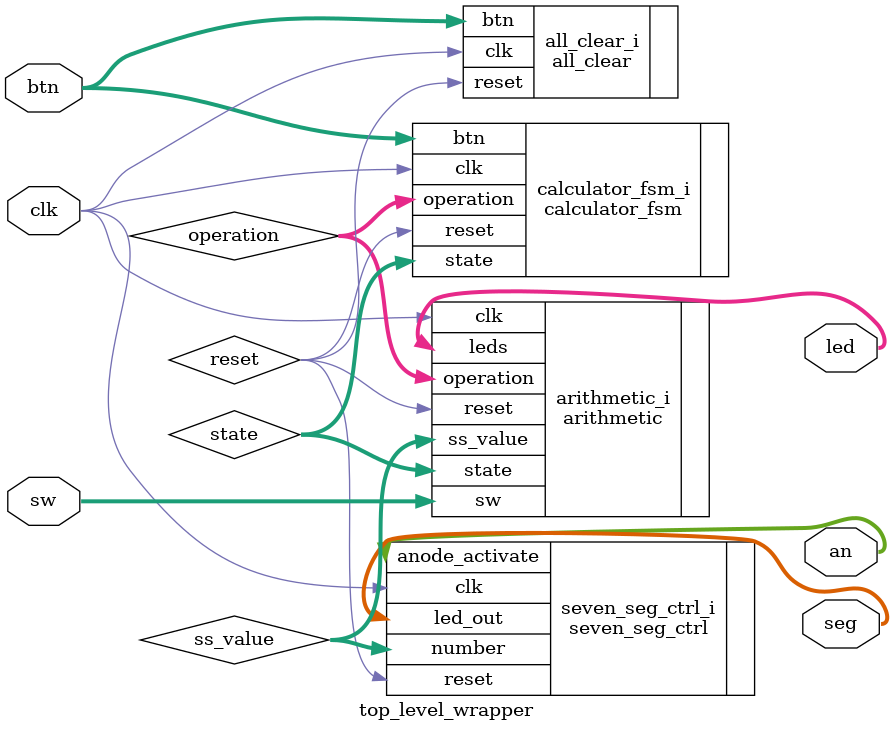
<source format=sv>
`timescale 1ns / 1ps

//`define SIM

module top_level_wrapper(
    input         clk,
    input  [15:0] sw,
    input  [4:0]  btn, // C-U-L-R-D
`ifdef SIM
    output [32:0] disp_value,
`endif
    output [15:0] led,
    output [6:0]  seg,
    output [3:0]  an
    );
    
                // Time Delay Param
`ifdef SIM
    parameter   AC_DELAY = 32'd100;
`else
    parameter   AC_DELAY = 32'd100_000_000;
`endif

                // State Parameters
    parameter   LOAD_A        = 5'b00001,
                LOAD_B        = 5'b00010,
                DISP_ANS      = 5'b00100,
                LOAD_PREV_ANS = 5'b01000,
                // Arithmetic Parameters
                EQU = 5'b00001,
                ADD = 5'b00010,
                SUB = 5'b00100,
                MUL = 5'b01000,
                DIV = 5'b10000;
    
    wire reset;
    wire [4:0] operation;
    wire [4:0] state;
    wire [15:0] ss_value;


`ifdef SIM
    assign disp_value = {ss_value, led};
`endif


    all_clear #(
        // Time Delay Param
        .AC_DELAY(AC_DELAY))
    all_clear_i(
        .clk(clk),
        .btn(btn),
        .reset(reset)
    );

    calculator_fsm #(
        // State Parameters
        .LOAD_A(LOAD_A),
        .LOAD_B(LOAD_B),
        .DISP_ANS(DISP_ANS),
        .LOAD_PREV_ANS(LOAD_PREV_ANS),
        // Arithmetic Parameters
        .EQU(EQU),
        .ADD(ADD),
        .SUB(SUB),
        .MUL(MUL),
        .DIV(DIV))
    calculator_fsm_i(
        .clk(clk),
        .reset(reset),
        .btn(btn),
        .operation(operation),
        .state(state)
    );

    arithmetic #(
        // State Parameters
        .LOAD_A(LOAD_A),
        .LOAD_B(LOAD_B),
        .DISP_ANS(DISP_ANS),
        .LOAD_PREV_ANS(LOAD_PREV_ANS),
        // Arithmetic Parameters
        .EQU(EQU),
        .ADD(ADD),
        .SUB(SUB),
        .MUL(MUL),
        .DIV(DIV))
    arithmetic_i(
        .clk(clk),
        .reset(reset),
        .sw(sw),
        .state(state),
        .operation(operation),
        .ss_value(ss_value),
        .leds(led)
    );
    
    seven_seg_ctrl seven_seg_ctrl_i(
        .clk(clk),
        .reset(reset),
        .number(ss_value),  // [15:0]
        .led_out(seg),      // [6:0]
        .anode_activate(an) // [3:0]
    );
    
    
endmodule

</source>
